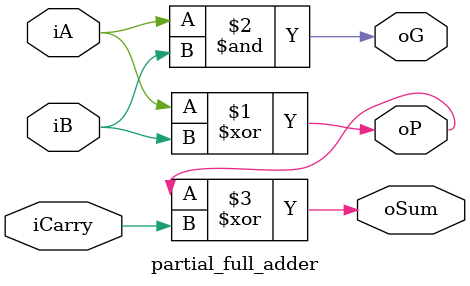
<source format=v>
`timescale 1ns / 1ps


module partial_full_adder(
    input wire iA, iB, iCarry,
    output wire oSum, oG, oP
);
    assign oP = iA ^ iB;
    assign oG = iA & iB;
    assign oSum = oP ^ iCarry;
    
endmodule
</source>
